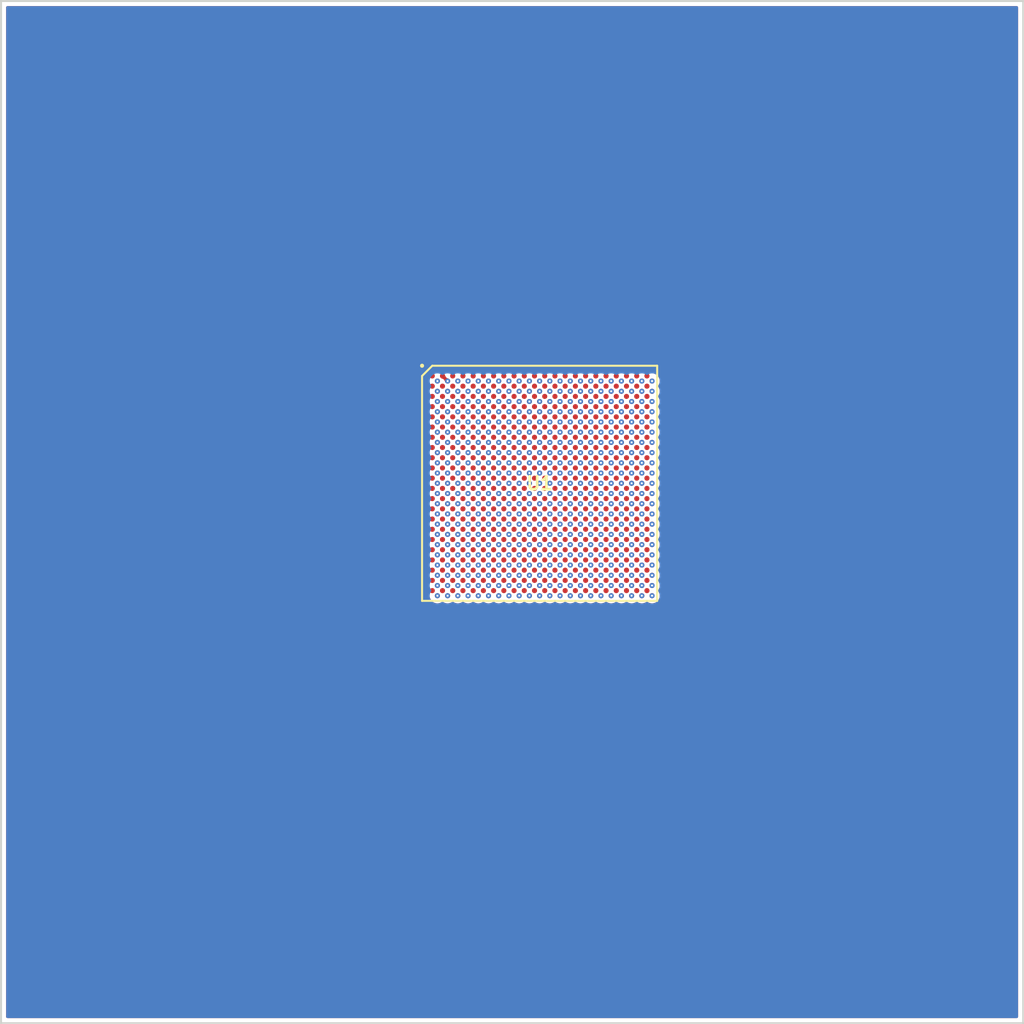
<source format=kicad_pcb>
(kicad_pcb (version 20241229) (generator "pcbnew") (generator_version "9.0")
  (layers (0 "F.Cu" signal) (4 "In1.Cu" signal) (6 "In2.Cu" signal) (8 "In3.Cu" signal) (10 "In4.Cu" signal) (2 "B.Cu" signal) (13 "F.Paste" user) (15 "B.Paste" user) (5 "F.SilkS" user "F.Silkscreen") (7 "B.SilkS" user "B.Silkscreen") (1 "F.Mask" user) (3 "B.Mask" user) (25 "Edge.Cuts" user))
  (net 0 "")
  (net 5 "GND")
  (footprint "Package_BGA:BGA484C100P22X22_2300X2300X260" (layer "F.Cu") (at 102.69 97.18)
    (property "Reference" "U1")
    (property "Value" "XC7A35T-FGG484" (hide yes))
  )
  (gr_rect (start 50 50) (end 150 150) (stroke (width 0.2)) (fill no) (layer "Edge.Cuts"))
  (via (at 105.69 87.18) (size 0.5) (drill 0.2) (layers "F.Cu" "B.Cu") (net 0))
  (via (at 102.69 88.18) (size 0.5) (drill 0.2) (layers "F.Cu" "B.Cu") (net 0))
  (via (at 110.69 88.18) (size 0.5) (drill 0.2) (layers "F.Cu" "B.Cu") (net 0))
  (via (at 105.69 94.18) (size 0.5) (drill 0.2) (layers "F.Cu" "B.Cu") (net 0))
  (via (at 104.69 105.18) (size 0.5) (drill 0.2) (layers "F.Cu" "B.Cu") (net 0))
  (via (at 93.69 107.18) (size 0.5) (drill 0.2) (layers "F.Cu" "B.Cu") (net 0))
  (via (at 94.69 107.18) (size 0.5) (drill 0.2) (layers "F.Cu" "B.Cu") (net 0))
  (via (at 104.69 106.18) (size 0.5) (drill 0.2) (layers "F.Cu" "B.Cu") (net 0))
  (via (at 112.69 92.18) (size 0.5) (drill 0.2) (layers "F.Cu" "B.Cu") (net 0))
  (via (at 99.69 98.18) (size 0.5) (drill 0.2) (layers "F.Cu" "B.Cu") (net 0))
  (via (at 100.69 102.18) (size 0.5) (drill 0.2) (layers "F.Cu" "B.Cu") (net 0))
  (via (at 92.69 90.18) (size 0.5) (drill 0.2) (layers "F.Cu" "B.Cu") (net 0))
  (via (at 106.69 97.18) (size 0.5) (drill 0.2) (layers "F.Cu" "B.Cu") (net 0))
  (via (at 96.69 96.18) (size 0.5) (drill 0.2) (layers "F.Cu" "B.Cu") (net 0))
  (via (at 110.69 108.18) (size 0.5) (drill 0.2) (layers "F.Cu" "B.Cu") (net 0))
  (via (at 113.69 92.18) (size 0.5) (drill 0.2) (layers "F.Cu" "B.Cu") (net 0))
  (via (at 110.69 95.18) (size 0.5) (drill 0.2) (layers "F.Cu" "B.Cu") (net 0))
  (via (at 107.69 101.18) (size 0.5) (drill 0.2) (layers "F.Cu" "B.Cu") (net 0))
  (via (at 103.69 99.18) (size 0.5) (drill 0.2) (layers "F.Cu" "B.Cu") (net 0))
  (via (at 95.69 89.18) (size 0.5) (drill 0.2) (layers "F.Cu" "B.Cu") (net 0))
  (via (at 101.69 96.18) (size 0.5) (drill 0.2) (layers "F.Cu" "B.Cu") (net 0))
  (via (at 92.69 99.18) (size 0.5) (drill 0.2) (layers "F.Cu" "B.Cu") (net 0))
  (via (at 103.69 91.18) (size 0.5) (drill 0.2) (layers "F.Cu" "B.Cu") (net 0))
  (via (at 99.69 101.18) (size 0.5) (drill 0.2) (layers "F.Cu" "B.Cu") (net 0))
  (via (at 96.69 106.18) (size 0.5) (drill 0.2) (layers "F.Cu" "B.Cu") (net 0))
  (via (at 111.69 104.18) (size 0.5) (drill 0.2) (layers "F.Cu" "B.Cu") (net 0))
  (via (at 92.69 103.18) (size 0.5) (drill 0.2) (layers "F.Cu" "B.Cu") (net 0))
  (via (at 95.69 92.18) (size 0.5) (drill 0.2) (layers "F.Cu" "B.Cu") (net 0))
  (via (at 103.69 87.18) (size 0.5) (drill 0.2) (layers "F.Cu" "B.Cu") (net 0))
  (via (at 106.69 90.18) (size 0.5) (drill 0.2) (layers "F.Cu" "B.Cu") (net 0))
  (via (at 104.69 99.18) (size 0.5) (drill 0.2) (layers "F.Cu" "B.Cu") (net 0))
  (via (at 94.69 104.18) (size 0.5) (drill 0.2) (layers "F.Cu" "B.Cu") (net 0))
  (via (at 99.69 108.18) (size 0.5) (drill 0.2) (layers "F.Cu" "B.Cu") (net 0))
  (via (at 104.69 87.18) (size 0.5) (drill 0.2) (layers "F.Cu" "B.Cu") (net 0))
  (via (at 109.69 104.18) (size 0.5) (drill 0.2) (layers "F.Cu" "B.Cu") (net 0))
  (via (at 97.69 104.18) (size 0.5) (drill 0.2) (layers "F.Cu" "B.Cu") (net 0))
  (via (at 103.69 95.18) (size 0.5) (drill 0.2) (layers "F.Cu" "B.Cu") (net 0))
  (via (at 104.69 108.18) (size 0.5) (drill 0.2) (layers "F.Cu" "B.Cu") (net 0))
  (via (at 106.69 89.18) (size 0.5) (drill 0.2) (layers "F.Cu" "B.Cu") (net 0))
  (via (at 99.69 99.18) (size 0.5) (drill 0.2) (layers "F.Cu" "B.Cu") (net 0))
  (via (at 109.69 105.18) (size 0.5) (drill 0.2) (layers "F.Cu" "B.Cu") (net 0))
  (via (at 100.69 97.18) (size 0.5) (drill 0.2) (layers "F.Cu" "B.Cu") (net 0))
  (via (at 111.69 99.18) (size 0.5) (drill 0.2) (layers "F.Cu" "B.Cu") (net 0))
  (via (at 113.69 90.18) (size 0.5) (drill 0.2) (layers "F.Cu" "B.Cu") (net 0))
  (via (at 107.69 97.18) (size 0.5) (drill 0.2) (layers "F.Cu" "B.Cu") (net 0))
  (via (at 104.69 100.18) (size 0.5) (drill 0.2) (layers "F.Cu" "B.Cu") (net 0))
  (via (at 94.69 97.18) (size 0.5) (drill 0.2) (layers "F.Cu" "B.Cu") (net 0))
  (via (at 111.69 107.18) (size 0.5) (drill 0.2) (layers "F.Cu" "B.Cu") (net 0))
  (via (at 95.69 102.18) (size 0.5) (drill 0.2) (layers "F.Cu" "B.Cu") (net 0))
  (via (at 106.69 102.18) (size 0.5) (drill 0.2) (layers "F.Cu" "B.Cu") (net 0))
  (via (at 101.69 106.18) (size 0.5) (drill 0.2) (layers "F.Cu" "B.Cu") (net 0))
  (via (at 92.69 100.18) (size 0.5) (drill 0.2) (layers "F.Cu" "B.Cu") (net 0))
  (via (at 105.69 107.18) (size 0.5) (drill 0.2) (layers "F.Cu" "B.Cu") (net 0))
  (via (at 112.69 94.18) (size 0.5) (drill 0.2) (layers "F.Cu" "B.Cu") (net 0))
  (via (at 105.69 98.18) (size 0.5) (drill 0.2) (layers "F.Cu" "B.Cu") (net 0))
  (via (at 93.69 99.18) (size 0.5) (drill 0.2) (layers "F.Cu" "B.Cu") (net 0))
  (via (at 108.69 100.18) (size 0.5) (drill 0.2) (layers "F.Cu" "B.Cu") (net 0))
  (via (at 106.69 88.18) (size 0.5) (drill 0.2) (layers "F.Cu" "B.Cu") (net 0))
  (via (at 103.69 101.18) (size 0.5) (drill 0.2) (layers "F.Cu" "B.Cu") (net 0))
  (via (at 113.69 102.18) (size 0.5) (drill 0.2) (layers "F.Cu" "B.Cu") (net 0))
  (via (at 112.69 102.18) (size 0.5) (drill 0.2) (layers "F.Cu" "B.Cu") (net 0))
  (via (at 102.69 100.18) (size 0.5) (drill 0.2) (layers "F.Cu" "B.Cu") (net 0))
  (via (at 113.69 107.18) (size 0.5) (drill 0.2) (layers "F.Cu" "B.Cu") (net 0))
  (via (at 112.69 91.18) (size 0.5) (drill 0.2) (layers "F.Cu" "B.Cu") (net 0))
  (via (at 106.69 95.18) (size 0.5) (drill 0.2) (layers "F.Cu" "B.Cu") (net 0))
  (via (at 111.69 87.18) (size 0.5) (drill 0.2) (layers "F.Cu" "B.Cu") (net 0))
  (via (at 113.69 103.18) (size 0.5) (drill 0.2) (layers "F.Cu" "B.Cu") (net 0))
  (via (at 102.69 96.18) (size 0.5) (drill 0.2) (layers "F.Cu" "B.Cu") (net 0))
  (via (at 100.69 90.18) (size 0.5) (drill 0.2) (layers "F.Cu" "B.Cu") (net 0))
  (via (at 107.69 108.18) (size 0.5) (drill 0.2) (layers "F.Cu" "B.Cu") (net 0))
  (via (at 100.69 101.18) (size 0.5) (drill 0.2) (layers "F.Cu" "B.Cu") (net 0))
  (via (at 100.69 91.18) (size 0.5) (drill 0.2) (layers "F.Cu" "B.Cu") (net 0))
  (via (at 112.69 108.18) (size 0.5) (drill 0.2) (layers "F.Cu" "B.Cu") (net 0))
  (via (at 98.69 104.18) (size 0.5) (drill 0.2) (layers "F.Cu" "B.Cu") (net 0))
  (via (at 93.69 96.18) (size 0.5) (drill 0.2) (layers "F.Cu" "B.Cu") (net 0))
  (via (at 93.69 104.18) (size 0.5) (drill 0.2) (layers "F.Cu" "B.Cu") (net 0))
  (via (at 107.69 87.18) (size 0.5) (drill 0.2) (layers "F.Cu" "B.Cu") (net 0))
  (via (at 106.69 108.18) (size 0.5) (drill 0.2) (layers "F.Cu" "B.Cu") (net 0))
  (via (at 105.69 104.18) (size 0.5) (drill 0.2) (layers "F.Cu" "B.Cu") (net 0))
  (via (at 108.69 92.18) (size 0.5) (drill 0.2) (layers "F.Cu" "B.Cu") (net 0))
  (via (at 93.69 94.18) (size 0.5) (drill 0.2) (layers "F.Cu" "B.Cu") (net 0))
  (via (at 112.69 97.18) (size 0.5) (drill 0.2) (layers "F.Cu" "B.Cu") (net 0))
  (via (at 101.69 89.18) (size 0.5) (drill 0.2) (layers "F.Cu" "B.Cu") (net 0))
  (via (at 100.69 93.18) (size 0.5) (drill 0.2) (layers "F.Cu" "B.Cu") (net 0))
  (via (at 94.69 95.18) (size 0.5) (drill 0.2) (layers "F.Cu" "B.Cu") (net 0))
  (via (at 99.69 106.18) (size 0.5) (drill 0.2) (layers "F.Cu" "B.Cu") (net 0))
  (via (at 94.69 88.18) (size 0.5) (drill 0.2) (layers "F.Cu" "B.Cu") (net 0))
  (via (at 100.69 106.18) (size 0.5) (drill 0.2) (layers "F.Cu" "B.Cu") (net 0))
  (via (at 108.69 98.18) (size 0.5) (drill 0.2) (layers "F.Cu" "B.Cu") (net 0))
  (via (at 102.69 93.18) (size 0.5) (drill 0.2) (layers "F.Cu" "B.Cu") (net 0))
  (via (at 113.69 88.18) (size 0.5) (drill 0.2) (layers "F.Cu" "B.Cu") (net 0))
  (via (at 95.69 103.18) (size 0.5) (drill 0.2) (layers "F.Cu" "B.Cu") (net 0))
  (via (at 101.69 102.18) (size 0.5) (drill 0.2) (layers "F.Cu" "B.Cu") (net 0))
  (via (at 110.69 107.18) (size 0.5) (drill 0.2) (layers "F.Cu" "B.Cu") (net 0))
  (via (at 109.69 106.18) (size 0.5) (drill 0.2) (layers "F.Cu" "B.Cu") (net 0))
  (via (at 101.69 91.18) (size 0.5) (drill 0.2) (layers "F.Cu" "B.Cu") (net 0))
  (via (at 111.69 97.18) (size 0.5) (drill 0.2) (layers "F.Cu" "B.Cu") (net 0))
  (via (at 110.69 93.18) (size 0.5) (drill 0.2) (layers "F.Cu" "B.Cu") (net 0))
  (via (at 112.69 96.18) (size 0.5) (drill 0.2) (layers "F.Cu" "B.Cu") (net 0))
  (via (at 108.69 97.18) (size 0.5) (drill 0.2) (layers "F.Cu" "B.Cu") (net 0))
  (via (at 99.69 104.18) (size 0.5) (drill 0.2) (layers "F.Cu" "B.Cu") (net 0))
  (via (at 101.69 104.18) (size 0.5) (drill 0.2) (layers "F.Cu" "B.Cu") (net 0))
  (via (at 95.69 90.18) (size 0.5) (drill 0.2) (layers "F.Cu" "B.Cu") (net 0))
  (via (at 92.69 97.18) (size 0.5) (drill 0.2) (layers "F.Cu" "B.Cu") (net 0))
  (via (at 98.69 98.18) (size 0.5) (drill 0.2) (layers "F.Cu" "B.Cu") (net 0))
  (via (at 113.69 95.18) (size 0.5) (drill 0.2) (layers "F.Cu" "B.Cu") (net 0))
  (via (at 103.69 104.18) (size 0.5) (drill 0.2) (layers "F.Cu" "B.Cu") (net 0))
  (via (at 102.69 106.18) (size 0.5) (drill 0.2) (layers "F.Cu" "B.Cu") (net 0))
  (via (at 96.69 90.18) (size 0.5) (drill 0.2) (layers "F.Cu" "B.Cu") (net 0))
  (via (at 102.69 97.18) (size 0.5) (drill 0.2) (layers "F.Cu" "B.Cu") (net 0))
  (via (at 98.69 89.18) (size 0.5) (drill 0.2) (layers "F.Cu" "B.Cu") (net 0))
  (via (at 95.69 106.18) (size 0.5) (drill 0.2) (layers "F.Cu" "B.Cu") (net 0))
  (via (at 113.69 94.18) (size 0.5) (drill 0.2) (layers "F.Cu" "B.Cu") (net 0))
  (via (at 108.69 101.18) (size 0.5) (drill 0.2) (layers "F.Cu" "B.Cu") (net 0))
  (via (at 111.69 101.18) (size 0.5) (drill 0.2) (layers "F.Cu" "B.Cu") (net 0))
  (via (at 94.69 100.18) (size 0.5) (drill 0.2) (layers "F.Cu" "B.Cu") (net 0))
  (via (at 97.69 100.18) (size 0.5) (drill 0.2) (layers "F.Cu" "B.Cu") (net 0))
  (via (at 92.69 94.18) (size 0.5) (drill 0.2) (layers "F.Cu" "B.Cu") (net 0))
  (via (at 105.69 103.18) (size 0.5) (drill 0.2) (layers "F.Cu" "B.Cu") (net 0))
  (via (at 104.69 91.18) (size 0.5) (drill 0.2) (layers "F.Cu" "B.Cu") (net 0))
  (via (at 104.69 94.18) (size 0.5) (drill 0.2) (layers "F.Cu" "B.Cu") (net 0))
  (via (at 93.69 108.18) (size 0.5) (drill 0.2) (layers "F.Cu" "B.Cu") (net 0))
  (via (at 112.69 90.18) (size 0.5) (drill 0.2) (layers "F.Cu" "B.Cu") (net 0))
  (via (at 96.69 94.18) (size 0.5) (drill 0.2) (layers "F.Cu" "B.Cu") (net 0))
  (via (at 108.69 102.18) (size 0.5) (drill 0.2) (layers "F.Cu" "B.Cu") (net 0))
  (via (at 98.69 91.18) (size 0.5) (drill 0.2) (layers "F.Cu" "B.Cu") (net 0))
  (via (at 107.69 89.18) (size 0.5) (drill 0.2) (layers "F.Cu" "B.Cu") (net 0))
  (via (at 113.69 99.18) (size 0.5) (drill 0.2) (layers "F.Cu" "B.Cu") (net 0))
  (via (at 108.69 107.18) (size 0.5) (drill 0.2) (layers "F.Cu" "B.Cu") (net 0))
  (via (at 93.69 101.18) (size 0.5) (drill 0.2) (layers "F.Cu" "B.Cu") (net 0))
  (via (at 111.69 105.18) (size 0.5) (drill 0.2) (layers "F.Cu" "B.Cu") (net 0))
  (via (at 107.69 99.18) (size 0.5) (drill 0.2) (layers "F.Cu" "B.Cu") (net 0))
  (via (at 112.69 88.18) (size 0.5) (drill 0.2) (layers "F.Cu" "B.Cu") (net 0))
  (via (at 101.69 92.18) (size 0.5) (drill 0.2) (layers "F.Cu" "B.Cu") (net 0))
  (via (at 102.69 94.18) (size 0.5) (drill 0.2) (layers "F.Cu" "B.Cu") (net 0))
  (via (at 108.69 108.18) (size 0.5) (drill 0.2) (layers "F.Cu" "B.Cu") (net 0))
  (via (at 100.69 98.18) (size 0.5) (drill 0.2) (layers "F.Cu" "B.Cu") (net 0))
  (via (at 113.69 93.18) (size 0.5) (drill 0.2) (layers "F.Cu" "B.Cu") (net 0))
  (via (at 92.69 105.18) (size 0.5) (drill 0.2) (layers "F.Cu" "B.Cu") (net 0))
  (via (at 99.69 95.18) (size 0.5) (drill 0.2) (layers "F.Cu" "B.Cu") (net 0))
  (via (at 97.69 94.18) (size 0.5) (drill 0.2) (layers "F.Cu" "B.Cu") (net 0))
  (via (at 95.69 95.18) (size 0.5) (drill 0.2) (layers "F.Cu" "B.Cu") (net 0))
  (via (at 98.69 87.18) (size 0.5) (drill 0.2) (layers "F.Cu" "B.Cu") (net 0))
  (via (at 112.69 100.18) (size 0.5) (drill 0.2) (layers "F.Cu" "B.Cu") (net 0))
  (via (at 106.69 92.18) (size 0.5) (drill 0.2) (layers "F.Cu" "B.Cu") (net 0))
  (via (at 103.69 107.18) (size 0.5) (drill 0.2) (layers "F.Cu" "B.Cu") (net 0))
  (via (at 107.69 92.18) (size 0.5) (drill 0.2) (layers "F.Cu" "B.Cu") (net 0))
  (via (at 101.69 87.18) (size 0.5) (drill 0.2) (layers "F.Cu" "B.Cu") (net 0))
  (via (at 97.69 90.18) (size 0.5) (drill 0.2) (layers "F.Cu" "B.Cu") (net 0))
  (via (at 96.69 98.18) (size 0.5) (drill 0.2) (layers "F.Cu" "B.Cu") (net 0))
  (via (at 113.69 87.18) (size 0.5) (drill 0.2) (layers "F.Cu" "B.Cu") (net 0))
  (via (at 104.69 98.18) (size 0.5) (drill 0.2) (layers "F.Cu" "B.Cu") (net 0))
  (via (at 96.69 103.18) (size 0.5) (drill 0.2) (layers "F.Cu" "B.Cu") (net 0))
  (via (at 108.69 91.18) (size 0.5) (drill 0.2) (layers "F.Cu" "B.Cu") (net 0))
  (via (at 112.69 95.18) (size 0.5) (drill 0.2) (layers "F.Cu" "B.Cu") (net 0))
  (via (at 94.69 108.18) (size 0.5) (drill 0.2) (layers "F.Cu" "B.Cu") (net 0))
  (via (at 102.69 87.18) (size 0.5) (drill 0.2) (layers "F.Cu" "B.Cu") (net 0))
  (via (at 102.69 105.18) (size 0.5) (drill 0.2) (layers "F.Cu" "B.Cu") (net 0))
  (via (at 106.69 107.18) (size 0.5) (drill 0.2) (layers "F.Cu" "B.Cu") (net 0))
  (via (at 111.69 106.18) (size 0.5) (drill 0.2) (layers "F.Cu" "B.Cu") (net 0))
  (via (at 102.69 99.18) (size 0.5) (drill 0.2) (layers "F.Cu" "B.Cu") (net 0))
  (via (at 113.69 98.18) (size 0.5) (drill 0.2) (layers "F.Cu" "B.Cu") (net 0))
  (via (at 105.69 97.18) (size 0.5) (drill 0.2) (layers "F.Cu" "B.Cu") (net 0))
  (via (at 109.69 103.18) (size 0.5) (drill 0.2) (layers "F.Cu" "B.Cu") (net 0))
  (via (at 111.69 91.18) (size 0.5) (drill 0.2) (layers "F.Cu" "B.Cu") (net 0))
  (via (at 105.69 89.18) (size 0.5) (drill 0.2) (layers "F.Cu" "B.Cu") (net 0))
  (via (at 100.69 108.18) (size 0.5) (drill 0.2) (layers "F.Cu" "B.Cu") (net 0))
  (via (at 93.69 100.18) (size 0.5) (drill 0.2) (layers "F.Cu" "B.Cu") (net 0))
  (via (at 109.69 94.18) (size 0.5) (drill 0.2) (layers "F.Cu" "B.Cu") (net 0))
  (via (at 103.69 106.18) (size 0.5) (drill 0.2) (layers "F.Cu" "B.Cu") (net 0))
  (via (at 110.69 87.18) (size 0.5) (drill 0.2) (layers "F.Cu" "B.Cu") (net 0))
  (via (at 106.69 96.18) (size 0.5) (drill 0.2) (layers "F.Cu" "B.Cu") (net 0))
  (via (at 94.69 98.18) (size 0.5) (drill 0.2) (layers "F.Cu" "B.Cu") (net 0))
  (via (at 98.69 90.18) (size 0.5) (drill 0.2) (layers "F.Cu" "B.Cu") (net 0))
  (via (at 97.69 102.18) (size 0.5) (drill 0.2) (layers "F.Cu" "B.Cu") (net 0))
  (via (at 95.69 96.18) (size 0.5) (drill 0.2) (layers "F.Cu" "B.Cu") (net 0))
  (via (at 110.69 101.18) (size 0.5) (drill 0.2) (layers "F.Cu" "B.Cu") (net 0))
  (via (at 107.69 105.18) (size 0.5) (drill 0.2) (layers "F.Cu" "B.Cu") (net 0))
  (via (at 94.69 99.18) (size 0.5) (drill 0.2) (layers "F.Cu" "B.Cu") (net 0))
  (via (at 108.69 94.18) (size 0.5) (drill 0.2) (layers "F.Cu" "B.Cu") (net 0))
  (via (at 106.69 104.18) (size 0.5) (drill 0.2) (layers "F.Cu" "B.Cu") (net 0))
  (via (at 109.69 87.18) (size 0.5) (drill 0.2) (layers "F.Cu" "B.Cu") (net 0))
  (via (at 100.69 103.18) (size 0.5) (drill 0.2) (layers "F.Cu" "B.Cu") (net 0))
  (via (at 108.69 89.18) (size 0.5) (drill 0.2) (layers "F.Cu" "B.Cu") (net 0))
  (via (at 110.69 97.18) (size 0.5) (drill 0.2) (layers "F.Cu" "B.Cu") (net 0))
  (via (at 100.69 94.18) (size 0.5) (drill 0.2) (layers "F.Cu" "B.Cu") (net 0))
  (via (at 112.69 93.18) (size 0.5) (drill 0.2) (layers "F.Cu" "B.Cu") (net 0))
  (via (at 99.69 103.18) (size 0.5) (drill 0.2) (layers "F.Cu" "B.Cu") (net 0))
  (via (at 107.69 93.18) (size 0.5) (drill 0.2) (layers "F.Cu" "B.Cu") (net 0))
  (via (at 104.69 96.18) (size 0.5) (drill 0.2) (layers "F.Cu" "B.Cu") (net 0))
  (via (at 99.69 89.18) (size 0.5) (drill 0.2) (layers "F.Cu" "B.Cu") (net 0))
  (via (at 93.69 98.18) (size 0.5) (drill 0.2) (layers "F.Cu" "B.Cu") (net 0))
  (via (at 94.69 93.18) (size 0.5) (drill 0.2) (layers "F.Cu" "B.Cu") (net 0))
  (via (at 94.69 90.18) (size 0.5) (drill 0.2) (layers "F.Cu" "B.Cu") (net 0))
  (via (at 102.69 92.18) (size 0.5) (drill 0.2) (layers "F.Cu" "B.Cu") (net 0))
  (via (at 110.69 89.18) (size 0.5) (drill 0.2) (layers "F.Cu" "B.Cu") (net 0))
  (via (at 110.69 94.18) (size 0.5) (drill 0.2) (layers "F.Cu" "B.Cu") (net 0))
  (via (at 104.69 107.18) (size 0.5) (drill 0.2) (layers "F.Cu" "B.Cu") (net 0))
  (via (at 108.69 104.18) (size 0.5) (drill 0.2) (layers "F.Cu" "B.Cu") (net 0))
  (via (at 111.69 102.18) (size 0.5) (drill 0.2) (layers "F.Cu" "B.Cu") (net 0))
  (via (at 105.69 102.18) (size 0.5) (drill 0.2) (layers "F.Cu" "B.Cu") (net 0))
  (via (at 112.69 101.18) (size 0.5) (drill 0.2) (layers "F.Cu" "B.Cu") (net 0))
  (via (at 105.69 100.18) (size 0.5) (drill 0.2) (layers "F.Cu" "B.Cu") (net 0))
  (via (at 106.69 98.18) (size 0.5) (drill 0.2) (layers "F.Cu" "B.Cu") (net 0))
  (via (at 112.69 107.18) (size 0.5) (drill 0.2) (layers "F.Cu" "B.Cu") (net 0))
  (via (at 95.69 107.18) (size 0.5) (drill 0.2) (layers "F.Cu" "B.Cu") (net 0))
  (via (at 108.69 87.18) (size 0.5) (drill 0.2) (layers "F.Cu" "B.Cu") (net 0))
  (via (at 95.69 99.18) (size 0.5) (drill 0.2) (layers "F.Cu" "B.Cu") (net 0))
  (via (at 110.69 98.18) (size 0.5) (drill 0.2) (layers "F.Cu" "B.Cu") (net 0))
  (via (at 93.69 97.18) (size 0.5) (drill 0.2) (layers "F.Cu" "B.Cu") (net 0))
  (via (at 93.69 102.18) (size 0.5) (drill 0.2) (layers "F.Cu" "B.Cu") (net 0))
  (via (at 99.69 97.18) (size 0.5) (drill 0.2) (layers "F.Cu" "B.Cu") (net 0))
  (via (at 112.69 104.18) (size 0.5) (drill 0.2) (layers "F.Cu" "B.Cu") (net 0))
  (via (at 97.69 91.18) (size 0.5) (drill 0.2) (layers "F.Cu" "B.Cu") (net 0))
  (via (at 95.69 91.18) (size 0.5) (drill 0.2) (layers "F.Cu" "B.Cu") (net 0))
  (via (at 102.69 89.18) (size 0.5) (drill 0.2) (layers "F.Cu" "B.Cu") (net 0))
  (via (at 98.69 107.18) (size 0.5) (drill 0.2) (layers "F.Cu" "B.Cu") (net 0))
  (via (at 98.69 97.18) (size 0.5) (drill 0.2) (layers "F.Cu" "B.Cu") (net 0))
  (via (at 107.69 94.18) (size 0.5) (drill 0.2) (layers "F.Cu" "B.Cu") (net 0))
  (via (at 99.69 90.18) (size 0.5) (drill 0.2) (layers "F.Cu" "B.Cu") (net 0))
  (via (at 108.69 93.18) (size 0.5) (drill 0.2) (layers "F.Cu" "B.Cu") (net 0))
  (via (at 112.69 87.18) (size 0.5) (drill 0.2) (layers "F.Cu" "B.Cu") (net 0))
  (via (at 101.69 97.18) (size 0.5) (drill 0.2) (layers "F.Cu" "B.Cu") (net 0))
  (via (at 93.69 105.18) (size 0.5) (drill 0.2) (layers "F.Cu" "B.Cu") (net 0))
  (via (at 96.69 108.18) (size 0.5) (drill 0.2) (layers "F.Cu" "B.Cu") (net 0))
  (via (at 98.69 99.18) (size 0.5) (drill 0.2) (layers "F.Cu" "B.Cu") (net 0))
  (via (at 106.69 103.18) (size 0.5) (drill 0.2) (layers "F.Cu" "B.Cu") (net 0))
  (via (at 92.69 106.18) (size 0.5) (drill 0.2) (layers "F.Cu" "B.Cu") (net 0))
  (via (at 95.69 105.18) (size 0.5) (drill 0.2) (layers "F.Cu" "B.Cu") (net 0))
  (via (at 94.69 106.18) (size 0.5) (drill 0.2) (layers "F.Cu" "B.Cu") (net 0))
  (via (at 95.69 88.18) (size 0.5) (drill 0.2) (layers "F.Cu" "B.Cu") (net 0))
  (via (at 111.69 98.18) (size 0.5) (drill 0.2) (layers "F.Cu" "B.Cu") (net 0))
  (via (at 110.69 102.18) (size 0.5) (drill 0.2) (layers "F.Cu" "B.Cu") (net 0))
  (via (at 97.69 103.18) (size 0.5) (drill 0.2) (layers "F.Cu" "B.Cu") (net 0))
  (via (at 96.69 97.18) (size 0.5) (drill 0.2) (layers "F.Cu" "B.Cu") (net 0))
  (via (at 104.69 89.18) (size 0.5) (drill 0.2) (layers "F.Cu" "B.Cu") (net 0))
  (via (at 110.69 105.18) (size 0.5) (drill 0.2) (layers "F.Cu" "B.Cu") (net 0))
  (via (at 111.69 108.18) (size 0.5) (drill 0.2) (layers "F.Cu" "B.Cu") (net 0))
  (via (at 109.69 90.18) (size 0.5) (drill 0.2) (layers "F.Cu" "B.Cu") (net 0))
  (via (at 96.69 88.18) (size 0.5) (drill 0.2) (layers "F.Cu" "B.Cu") (net 0))
  (via (at 95.69 94.18) (size 0.5) (drill 0.2) (layers "F.Cu" "B.Cu") (net 0))
  (via (at 101.69 107.18) (size 0.5) (drill 0.2) (layers "F.Cu" "B.Cu") (net 0))
  (via (at 102.69 102.18) (size 0.5) (drill 0.2) (layers "F.Cu" "B.Cu") (net 0))
  (via (at 106.69 101.18) (size 0.5) (drill 0.2) (layers "F.Cu" "B.Cu") (net 0))
  (via (at 109.69 101.18) (size 0.5) (drill 0.2) (layers "F.Cu" "B.Cu") (net 0))
  (via (at 97.69 108.18) (size 0.5) (drill 0.2) (layers "F.Cu" "B.Cu") (net 0))
  (via (at 100.69 88.18) (size 0.5) (drill 0.2) (layers "F.Cu" "B.Cu") (net 0))
  (via (at 103.69 108.18) (size 0.5) (drill 0.2) (layers "F.Cu" "B.Cu") (net 0))
  (via (at 106.69 99.18) (size 0.5) (drill 0.2) (layers "F.Cu" "B.Cu") (net 0))
  (via (at 94.69 103.18) (size 0.5) (drill 0.2) (layers "F.Cu" "B.Cu") (net 0))
  (via (at 92.69 96.18) (size 0.5) (drill 0.2) (layers "F.Cu" "B.Cu") (net 0))
  (via (at 99.69 88.18) (size 0.5) (drill 0.2) (layers "F.Cu" "B.Cu") (net 0))
  (via (at 92.69 87.18) (size 0.5) (drill 0.2) (layers "F.Cu" "B.Cu") (net 0))
  (via (at 96.69 92.18) (size 0.5) (drill 0.2) (layers "F.Cu" "B.Cu") (net 0))
  (via (at 93.69 90.18) (size 0.5) (drill 0.2) (layers "F.Cu" "B.Cu") (net 0))
  (via (at 92.69 104.18) (size 0.5) (drill 0.2) (layers "F.Cu" "B.Cu") (net 0))
  (via (at 95.69 100.18) (size 0.5) (drill 0.2) (layers "F.Cu" "B.Cu") (net 0))
  (via (at 104.69 88.18) (size 0.5) (drill 0.2) (layers "F.Cu" "B.Cu") (net 0))
  (via (at 113.69 104.18) (size 0.5) (drill 0.2) (layers "F.Cu" "B.Cu") (net 0))
  (via (at 112.69 103.18) (size 0.5) (drill 0.2) (layers "F.Cu" "B.Cu") (net 0))
  (via (at 99.69 91.18) (size 0.5) (drill 0.2) (layers "F.Cu" "B.Cu") (net 0))
  (via (at 97.69 98.18) (size 0.5) (drill 0.2) (layers "F.Cu" "B.Cu") (net 0))
  (via (at 105.69 92.18) (size 0.5) (drill 0.2) (layers "F.Cu" "B.Cu") (net 0))
  (via (at 96.69 105.18) (size 0.5) (drill 0.2) (layers "F.Cu" "B.Cu") (net 0))
  (via (at 106.69 94.18) (size 0.5) (drill 0.2) (layers "F.Cu" "B.Cu") (net 0))
  (via (at 110.69 92.18) (size 0.5) (drill 0.2) (layers "F.Cu" "B.Cu") (net 0))
  (via (at 111.69 88.18) (size 0.5) (drill 0.2) (layers "F.Cu" "B.Cu") (net 0))
  (via (at 110.69 100.18) (size 0.5) (drill 0.2) (layers "F.Cu" "B.Cu") (net 0))
  (via (at 107.69 106.18) (size 0.5) (drill 0.2) (layers "F.Cu" "B.Cu") (net 0))
  (via (at 105.69 96.18) (size 0.5) (drill 0.2) (layers "F.Cu" "B.Cu") (net 0))
  (via (at 95.69 101.18) (size 0.5) (drill 0.2) (layers "F.Cu" "B.Cu") (net 0))
  (via (at 104.69 92.18) (size 0.5) (drill 0.2) (layers "F.Cu" "B.Cu") (net 0))
  (via (at 97.69 105.18) (size 0.5) (drill 0.2) (layers "F.Cu" "B.Cu") (net 0))
  (via (at 111.69 100.18) (size 0.5) (drill 0.2) (layers "F.Cu" "B.Cu") (net 0))
  (via (at 97.69 89.18) (size 0.5) (drill 0.2) (layers "F.Cu" "B.Cu") (net 0))
  (via (at 96.69 104.18) (size 0.5) (drill 0.2) (layers "F.Cu" "B.Cu") (net 0))
  (via (at 111.69 103.18) (size 0.5) (drill 0.2) (layers "F.Cu" "B.Cu") (net 0))
  (via (at 97.69 97.18) (size 0.5) (drill 0.2) (layers "F.Cu" "B.Cu") (net 0))
  (via (at 92.69 95.18) (size 0.5) (drill 0.2) (layers "F.Cu" "B.Cu") (net 0))
  (via (at 110.69 99.18) (size 0.5) (drill 0.2) (layers "F.Cu" "B.Cu") (net 0))
  (via (at 108.69 95.18) (size 0.5) (drill 0.2) (layers "F.Cu" "B.Cu") (net 0))
  (via (at 100.69 89.18) (size 0.5) (drill 0.2) (layers "F.Cu" "B.Cu") (net 0))
  (via (at 107.69 102.18) (size 0.5) (drill 0.2) (layers "F.Cu" "B.Cu") (net 0))
  (via (at 93.69 91.18) (size 0.5) (drill 0.2) (layers "F.Cu" "B.Cu") (net 0))
  (via (at 92.69 89.18) (size 0.5) (drill 0.2) (layers "F.Cu" "B.Cu") (net 0))
  (via (at 98.69 100.18) (size 0.5) (drill 0.2) (layers "F.Cu" "B.Cu") (net 0))
  (via (at 101.69 94.18) (size 0.5) (drill 0.2) (layers "F.Cu" "B.Cu") (net 0))
  (via (at 94.69 94.18) (size 0.5) (drill 0.2) (layers "F.Cu" "B.Cu") (net 0))
  (via (at 105.69 91.18) (size 0.5) (drill 0.2) (layers "F.Cu" "B.Cu") (net 0))
  (via (at 107.69 95.18) (size 0.5) (drill 0.2) (layers "F.Cu" "B.Cu") (net 0))
  (via (at 104.69 93.18) (size 0.5) (drill 0.2) (layers "F.Cu" "B.Cu") (net 0))
  (via (at 92.69 108.18) (size 0.5) (drill 0.2) (layers "F.Cu" "B.Cu") (net 0))
  (via (at 99.69 94.18) (size 0.5) (drill 0.2) (layers "F.Cu" "B.Cu") (net 0))
  (via (at 98.69 93.18) (size 0.5) (drill 0.2) (layers "F.Cu" "B.Cu") (net 0))
  (via (at 101.69 100.18) (size 0.5) (drill 0.2) (layers "F.Cu" "B.Cu") (net 0))
  (via (at 107.69 96.18) (size 0.5) (drill 0.2) (layers "F.Cu" "B.Cu") (net 0))
  (via (at 101.69 108.18) (size 0.5) (drill 0.2) (layers "F.Cu" "B.Cu") (net 0))
  (via (at 106.69 91.18) (size 0.5) (drill 0.2) (layers "F.Cu" "B.Cu") (net 0))
  (via (at 103.69 93.18) (size 0.5) (drill 0.2) (layers "F.Cu" "B.Cu") (net 0))
  (via (at 103.69 105.18) (size 0.5) (drill 0.2) (layers "F.Cu" "B.Cu") (net 0))
  (via (at 107.69 100.18) (size 0.5) (drill 0.2) (layers "F.Cu" "B.Cu") (net 0))
  (via (at 107.69 98.18) (size 0.5) (drill 0.2) (layers "F.Cu" "B.Cu") (net 0))
  (via (at 97.69 92.18) (size 0.5) (drill 0.2) (layers "F.Cu" "B.Cu") (net 0))
  (via (at 94.69 89.18) (size 0.5) (drill 0.2) (layers "F.Cu" "B.Cu") (net 0))
  (via (at 96.69 102.18) (size 0.5) (drill 0.2) (layers "F.Cu" "B.Cu") (net 0))
  (via (at 113.69 105.18) (size 0.5) (drill 0.2) (layers "F.Cu" "B.Cu") (net 0))
  (via (at 102.69 104.18) (size 0.5) (drill 0.2) (layers "F.Cu" "B.Cu") (net 0))
  (via (at 96.69 99.18) (size 0.5) (drill 0.2) (layers "F.Cu" "B.Cu") (net 0))
  (via (at 109.69 93.18) (size 0.5) (drill 0.2) (layers "F.Cu" "B.Cu") (net 0))
  (via (at 112.69 105.18) (size 0.5) (drill 0.2) (layers "F.Cu" "B.Cu") (net 0))
  (via (at 106.69 106.18) (size 0.5) (drill 0.2) (layers "F.Cu" "B.Cu") (net 0))
  (via (at 109.69 97.18) (size 0.5) (drill 0.2) (layers "F.Cu" "B.Cu") (net 0))
  (via (at 100.69 87.18) (size 0.5) (drill 0.2) (layers "F.Cu" "B.Cu") (net 0))
  (via (at 94.69 92.18) (size 0.5) (drill 0.2) (layers "F.Cu" "B.Cu") (net 0))
  (via (at 111.69 92.18) (size 0.5) (drill 0.2) (layers "F.Cu" "B.Cu") (net 0))
  (via (at 109.69 96.18) (size 0.5) (drill 0.2) (layers "F.Cu" "B.Cu") (net 0))
  (via (at 109.69 92.18) (size 0.5) (drill 0.2) (layers "F.Cu" "B.Cu") (net 0))
  (via (at 92.69 102.18) (size 0.5) (drill 0.2) (layers "F.Cu" "B.Cu") (net 0))
  (via (at 110.69 96.18) (size 0.5) (drill 0.2) (layers "F.Cu" "B.Cu") (net 0))
  (via (at 110.69 90.18) (size 0.5) (drill 0.2) (layers "F.Cu" "B.Cu") (net 0))
  (via (at 104.69 90.18) (size 0.5) (drill 0.2) (layers "F.Cu" "B.Cu") (net 0))
  (via (at 98.69 95.18) (size 0.5) (drill 0.2) (layers "F.Cu" "B.Cu") (net 0))
  (via (at 103.69 98.18) (size 0.5) (drill 0.2) (layers "F.Cu" "B.Cu") (net 0))
  (via (at 100.69 105.18) (size 0.5) (drill 0.2) (layers "F.Cu" "B.Cu") (net 0))
  (via (at 92.69 107.18) (size 0.5) (drill 0.2) (layers "F.Cu" "B.Cu") (net 0))
  (via (at 100.69 95.18) (size 0.5) (drill 0.2) (layers "F.Cu" "B.Cu") (net 0))
  (via (at 111.69 95.18) (size 0.5) (drill 0.2) (layers "F.Cu" "B.Cu") (net 0))
  (via (at 101.69 88.18) (size 0.5) (drill 0.2) (layers "F.Cu" "B.Cu") (net 0))
  (via (at 93.69 92.18) (size 0.5) (drill 0.2) (layers "F.Cu" "B.Cu") (net 0))
  (via (at 103.69 88.18) (size 0.5) (drill 0.2) (layers "F.Cu" "B.Cu") (net 0))
  (via (at 99.69 105.18) (size 0.5) (drill 0.2) (layers "F.Cu" "B.Cu") (net 0))
  (via (at 96.69 93.18) (size 0.5) (drill 0.2) (layers "F.Cu" "B.Cu") (net 0))
  (via (at 94.69 87.18) (size 0.5) (drill 0.2) (layers "F.Cu" "B.Cu") (net 0))
  (via (at 93.69 88.18) (size 0.5) (drill 0.2) (layers "F.Cu" "B.Cu") (net 0))
  (via (at 98.69 108.18) (size 0.5) (drill 0.2) (layers "F.Cu" "B.Cu") (net 0))
  (via (at 98.69 103.18) (size 0.5) (drill 0.2) (layers "F.Cu" "B.Cu") (net 0))
  (via (at 100.69 92.18) (size 0.5) (drill 0.2) (layers "F.Cu" "B.Cu") (net 0))
  (via (at 111.69 94.18) (size 0.5) (drill 0.2) (layers "F.Cu" "B.Cu") (net 0))
  (via (at 94.69 102.18) (size 0.5) (drill 0.2) (layers "F.Cu" "B.Cu") (net 0))
  (via (at 113.69 106.18) (size 0.5) (drill 0.2) (layers "F.Cu" "B.Cu") (net 0))
  (via (at 97.69 101.18) (size 0.5) (drill 0.2) (layers "F.Cu" "B.Cu") (net 0))
  (via (at 109.69 89.18) (size 0.5) (drill 0.2) (layers "F.Cu" "B.Cu") (net 0))
  (via (at 101.69 93.18) (size 0.5) (drill 0.2) (layers "F.Cu" "B.Cu") (net 0))
  (via (at 113.69 108.18) (size 0.5) (drill 0.2) (layers "F.Cu" "B.Cu") (net 0))
  (via (at 113.69 97.18) (size 0.5) (drill 0.2) (layers "F.Cu" "B.Cu") (net 0))
  (via (at 103.69 102.18) (size 0.5) (drill 0.2) (layers "F.Cu" "B.Cu") (net 0))
  (via (at 97.69 93.18) (size 0.5) (drill 0.2) (layers "F.Cu" "B.Cu") (net 0))
  (via (at 96.69 87.18) (size 0.5) (drill 0.2) (layers "F.Cu" "B.Cu") (net 0))
  (via (at 109.69 91.18) (size 0.5) (drill 0.2) (layers "F.Cu" "B.Cu") (net 0))
  (via (at 103.69 103.18) (size 0.5) (drill 0.2) (layers "F.Cu" "B.Cu") (net 0))
  (via (at 108.69 99.18) (size 0.5) (drill 0.2) (layers "F.Cu" "B.Cu") (net 0))
  (via (at 113.69 100.18) (size 0.5) (drill 0.2) (layers "F.Cu" "B.Cu") (net 0))
  (via (at 96.69 101.18) (size 0.5) (drill 0.2) (layers "F.Cu" "B.Cu") (net 0))
  (via (at 100.69 99.18) (size 0.5) (drill 0.2) (layers "F.Cu" "B.Cu") (net 0))
  (via (at 111.69 93.18) (size 0.5) (drill 0.2) (layers "F.Cu" "B.Cu") (net 0))
  (via (at 110.69 106.18) (size 0.5) (drill 0.2) (layers "F.Cu" "B.Cu") (net 0))
  (via (at 94.69 91.18) (size 0.5) (drill 0.2) (layers "F.Cu" "B.Cu") (net 0))
  (via (at 93.69 106.18) (size 0.5) (drill 0.2) (layers "F.Cu" "B.Cu") (net 0))
  (via (at 93.69 89.18) (size 0.5) (drill 0.2) (layers "F.Cu" "B.Cu") (net 0))
  (via (at 98.69 92.18) (size 0.5) (drill 0.2) (layers "F.Cu" "B.Cu") (net 0))
  (via (at 105.69 99.18) (size 0.5) (drill 0.2) (layers "F.Cu" "B.Cu") (net 0))
  (via (at 103.69 92.18) (size 0.5) (drill 0.2) (layers "F.Cu" "B.Cu") (net 0))
  (via (at 95.69 93.18) (size 0.5) (drill 0.2) (layers "F.Cu" "B.Cu") (net 0))
  (via (at 113.69 91.18) (size 0.5) (drill 0.2) (layers "F.Cu" "B.Cu") (net 0))
  (via (at 108.69 88.18) (size 0.5) (drill 0.2) (layers "F.Cu" "B.Cu") (net 0))
  (via (at 102.69 101.18) (size 0.5) (drill 0.2) (layers "F.Cu" "B.Cu") (net 0))
  (via (at 112.69 98.18) (size 0.5) (drill 0.2) (layers "F.Cu" "B.Cu") (net 0))
  (via (at 96.69 107.18) (size 0.5) (drill 0.2) (layers "F.Cu" "B.Cu") (net 0))
  (via (at 106.69 100.18) (size 0.5) (drill 0.2) (layers "F.Cu" "B.Cu") (net 0))
  (via (at 96.69 95.18) (size 0.5) (drill 0.2) (layers "F.Cu" "B.Cu") (net 0))
  (via (at 103.69 100.18) (size 0.5) (drill 0.2) (layers "F.Cu" "B.Cu") (net 0))
  (via (at 107.69 107.18) (size 0.5) (drill 0.2) (layers "F.Cu" "B.Cu") (net 0))
  (via (at 105.69 93.18) (size 0.5) (drill 0.2) (layers "F.Cu" "B.Cu") (net 0))
  (via (at 98.69 102.18) (size 0.5) (drill 0.2) (layers "F.Cu" "B.Cu") (net 0))
  (via (at 94.69 96.18) (size 0.5) (drill 0.2) (layers "F.Cu" "B.Cu") (net 0))
  (via (at 102.69 90.18) (size 0.5) (drill 0.2) (layers "F.Cu" "B.Cu") (net 0))
  (via (at 105.69 108.18) (size 0.5) (drill 0.2) (layers "F.Cu" "B.Cu") (net 0))
  (via (at 93.69 93.18) (size 0.5) (drill 0.2) (layers "F.Cu" "B.Cu") (net 0))
  (via (at 92.69 101.18) (size 0.5) (drill 0.2) (layers "F.Cu" "B.Cu") (net 0))
  (via (at 111.69 90.18) (size 0.5) (drill 0.2) (layers "F.Cu" "B.Cu") (net 0))
  (via (at 98.69 101.18) (size 0.5) (drill 0.2) (layers "F.Cu" "B.Cu") (net 0))
  (via (at 110.69 104.18) (size 0.5) (drill 0.2) (layers "F.Cu" "B.Cu") (net 0))
  (via (at 97.69 107.18) (size 0.5) (drill 0.2) (layers "F.Cu" "B.Cu") (net 0))
  (via (at 98.69 106.18) (size 0.5) (drill 0.2) (layers "F.Cu" "B.Cu") (net 0))
  (via (at 95.69 108.18) (size 0.5) (drill 0.2) (layers "F.Cu" "B.Cu") (net 0))
  (via (at 107.69 104.18) (size 0.5) (drill 0.2) (layers "F.Cu" "B.Cu") (net 0))
  (via (at 92.69 91.18) (size 0.5) (drill 0.2) (layers "F.Cu" "B.Cu") (net 0))
  (via (at 101.69 90.18) (size 0.5) (drill 0.2) (layers "F.Cu" "B.Cu") (net 0))
  (via (at 109.69 98.18) (size 0.5) (drill 0.2) (layers "F.Cu" "B.Cu") (net 0))
  (via (at 112.69 99.18) (size 0.5) (drill 0.2) (layers "F.Cu" "B.Cu") (net 0))
  (via (at 101.69 95.18) (size 0.5) (drill 0.2) (layers "F.Cu" "B.Cu") (net 0))
  (via (at 102.69 107.18) (size 0.5) (drill 0.2) (layers "F.Cu" "B.Cu") (net 0))
  (via (at 103.69 96.18) (size 0.5) (drill 0.2) (layers "F.Cu" "B.Cu") (net 0))
  (via (at 97.69 96.18) (size 0.5) (drill 0.2) (layers "F.Cu" "B.Cu") (net 0))
  (via (at 113.69 96.18) (size 0.5) (drill 0.2) (layers "F.Cu" "B.Cu") (net 0))
  (via (at 102.69 98.18) (size 0.5) (drill 0.2) (layers "F.Cu" "B.Cu") (net 0))
  (via (at 104.69 101.18) (size 0.5) (drill 0.2) (layers "F.Cu" "B.Cu") (net 0))
  (via (at 100.69 107.18) (size 0.5) (drill 0.2) (layers "F.Cu" "B.Cu") (net 0))
  (via (at 105.69 88.18) (size 0.5) (drill 0.2) (layers "F.Cu" "B.Cu") (net 0))
  (via (at 96.69 89.18) (size 0.5) (drill 0.2) (layers "F.Cu" "B.Cu") (net 0))
  (via (at 92.69 98.18) (size 0.5) (drill 0.2) (layers "F.Cu" "B.Cu") (net 0))
  (via (at 95.69 98.18) (size 0.5) (drill 0.2) (layers "F.Cu" "B.Cu") (net 0))
  (via (at 101.69 103.18) (size 0.5) (drill 0.2) (layers "F.Cu" "B.Cu") (net 0))
  (via (at 98.69 88.18) (size 0.5) (drill 0.2) (layers "F.Cu" "B.Cu") (net 0))
  (via (at 111.69 89.18) (size 0.5) (drill 0.2) (layers "F.Cu" "B.Cu") (net 0))
  (via (at 97.69 88.18) (size 0.5) (drill 0.2) (layers "F.Cu" "B.Cu") (net 0))
  (via (at 105.69 106.18) (size 0.5) (drill 0.2) (layers "F.Cu" "B.Cu") (net 0))
  (via (at 109.69 108.18) (size 0.5) (drill 0.2) (layers "F.Cu" "B.Cu") (net 0))
  (via (at 93.69 103.18) (size 0.5) (drill 0.2) (layers "F.Cu" "B.Cu") (net 0))
  (via (at 97.69 87.18) (size 0.5) (drill 0.2) (layers "F.Cu" "B.Cu") (net 0))
  (via (at 109.69 102.18) (size 0.5) (drill 0.2) (layers "F.Cu" "B.Cu") (net 0))
  (via (at 97.69 95.18) (size 0.5) (drill 0.2) (layers "F.Cu" "B.Cu") (net 0))
  (via (at 95.69 87.18) (size 0.5) (drill 0.2) (layers "F.Cu" "B.Cu") (net 0))
  (via (at 109.69 88.18) (size 0.5) (drill 0.2) (layers "F.Cu" "B.Cu") (net 0))
  (via (at 92.69 92.18) (size 0.5) (drill 0.2) (layers "F.Cu" "B.Cu") (net 0))
  (via (at 97.69 99.18) (size 0.5) (drill 0.2) (layers "F.Cu" "B.Cu") (net 0))
  (via (at 98.69 105.18) (size 0.5) (drill 0.2) (layers "F.Cu" "B.Cu") (net 0))
  (via (at 109.69 99.18) (size 0.5) (drill 0.2) (layers "F.Cu" "B.Cu") (net 0))
  (via (at 101.69 99.18) (size 0.5) (drill 0.2) (layers "F.Cu" "B.Cu") (net 0))
  (via (at 105.69 105.18) (size 0.5) (drill 0.2) (layers "F.Cu" "B.Cu") (net 0))
  (via (at 100.69 100.18) (size 0.5) (drill 0.2) (layers "F.Cu" "B.Cu") (net 0))
  (via (at 105.69 95.18) (size 0.5) (drill 0.2) (layers "F.Cu" "B.Cu") (net 0))
  (via (at 96.69 100.18) (size 0.5) (drill 0.2) (layers "F.Cu" "B.Cu") (net 0))
  (via (at 105.69 101.18) (size 0.5) (drill 0.2) (layers "F.Cu" "B.Cu") (net 0))
  (via (at 104.69 102.18) (size 0.5) (drill 0.2) (layers "F.Cu" "B.Cu") (net 0))
  (via (at 99.69 92.18) (size 0.5) (drill 0.2) (layers "F.Cu" "B.Cu") (net 0))
  (via (at 94.69 105.18) (size 0.5) (drill 0.2) (layers "F.Cu" "B.Cu") (net 0))
  (via (at 99.69 102.18) (size 0.5) (drill 0.2) (layers "F.Cu" "B.Cu") (net 0))
  (via (at 100.69 96.18) (size 0.5) (drill 0.2) (layers "F.Cu" "B.Cu") (net 0))
  (via (at 108.69 103.18) (size 0.5) (drill 0.2) (layers "F.Cu" "B.Cu") (net 0))
  (via (at 99.69 107.18) (size 0.5) (drill 0.2) (layers "F.Cu" "B.Cu") (net 0))
  (via (at 113.69 89.18) (size 0.5) (drill 0.2) (layers "F.Cu" "B.Cu") (net 0))
  (via (at 101.69 98.18) (size 0.5) (drill 0.2) (layers "F.Cu" "B.Cu") (net 0))
  (via (at 103.69 94.18) (size 0.5) (drill 0.2) (layers "F.Cu" "B.Cu") (net 0))
  (via (at 103.69 90.18) (size 0.5) (drill 0.2) (layers "F.Cu" "B.Cu") (net 0))
  (via (at 107.69 90.18) (size 0.5) (drill 0.2) (layers "F.Cu" "B.Cu") (net 0))
  (via (at 102.69 108.18) (size 0.5) (drill 0.2) (layers "F.Cu" "B.Cu") (net 0))
  (via (at 106.69 105.18) (size 0.5) (drill 0.2) (layers "F.Cu" "B.Cu") (net 0))
  (via (at 108.69 90.18) (size 0.5) (drill 0.2) (layers "F.Cu" "B.Cu") (net 0))
  (via (at 107.69 88.18) (size 0.5) (drill 0.2) (layers "F.Cu" "B.Cu") (net 0))
  (via (at 104.69 97.18) (size 0.5) (drill 0.2) (layers "F.Cu" "B.Cu") (net 0))
  (via (at 112.69 89.18) (size 0.5) (drill 0.2) (layers "F.Cu" "B.Cu") (net 0))
  (via (at 93.69 95.18) (size 0.5) (drill 0.2) (layers "F.Cu" "B.Cu") (net 0))
  (via (at 113.69 101.18) (size 0.5) (drill 0.2) (layers "F.Cu" "B.Cu") (net 0))
  (via (at 92.69 93.18) (size 0.5) (drill 0.2) (layers "F.Cu" "B.Cu") (net 0))
  (via (at 102.69 103.18) (size 0.5) (drill 0.2) (layers "F.Cu" "B.Cu") (net 0))
  (via (at 99.69 96.18) (size 0.5) (drill 0.2) (layers "F.Cu" "B.Cu") (net 0))
  (via (at 108.69 96.18) (size 0.5) (drill 0.2) (layers "F.Cu" "B.Cu") (net 0))
  (via (at 111.69 96.18) (size 0.5) (drill 0.2) (layers "F.Cu" "B.Cu") (net 0))
  (via (at 103.69 89.18) (size 0.5) (drill 0.2) (layers "F.Cu" "B.Cu") (net 0))
  (via (at 107.69 103.18) (size 0.5) (drill 0.2) (layers "F.Cu" "B.Cu") (net 0))
  (via (at 103.69 97.18) (size 0.5) (drill 0.2) (layers "F.Cu" "B.Cu") (net 0))
  (via (at 108.69 105.18) (size 0.5) (drill 0.2) (layers "F.Cu" "B.Cu") (net 0))
  (via (at 104.69 104.18) (size 0.5) (drill 0.2) (layers "F.Cu" "B.Cu") (net 0))
  (via (at 99.69 87.18) (size 0.5) (drill 0.2) (layers "F.Cu" "B.Cu") (net 0))
  (via (at 108.69 106.18) (size 0.5) (drill 0.2) (layers "F.Cu" "B.Cu") (net 0))
  (via (at 98.69 96.18) (size 0.5) (drill 0.2) (layers "F.Cu" "B.Cu") (net 0))
  (via (at 102.69 95.18) (size 0.5) (drill 0.2) (layers "F.Cu" "B.Cu") (net 0))
  (via (at 96.69 91.18) (size 0.5) (drill 0.2) (layers "F.Cu" "B.Cu") (net 0))
  (via (at 100.69 104.18) (size 0.5) (drill 0.2) (layers "F.Cu" "B.Cu") (net 0))
  (via (at 112.69 106.18) (size 0.5) (drill 0.2) (layers "F.Cu" "B.Cu") (net 0))
  (via (at 101.69 105.18) (size 0.5) (drill 0.2) (layers "F.Cu" "B.Cu") (net 0))
  (via (at 99.69 100.18) (size 0.5) (drill 0.2) (layers "F.Cu" "B.Cu") (net 0))
  (via (at 101.69 101.18) (size 0.5) (drill 0.2) (layers "F.Cu" "B.Cu") (net 0))
  (via (at 109.69 100.18) (size 0.5) (drill 0.2) (layers "F.Cu" "B.Cu") (net 0))
  (via (at 102.69 91.18) (size 0.5) (drill 0.2) (layers "F.Cu" "B.Cu") (net 0))
  (via (at 97.69 106.18) (size 0.5) (drill 0.2) (layers "F.Cu" "B.Cu") (net 0))
  (via (at 109.69 107.18) (size 0.5) (drill 0.2) (layers "F.Cu" "B.Cu") (net 0))
  (via (at 106.69 93.18) (size 0.5) (drill 0.2) (layers "F.Cu" "B.Cu") (net 0))
  (via (at 105.69 90.18) (size 0.5) (drill 0.2) (layers "F.Cu" "B.Cu") (net 0))
  (via (at 99.69 93.18) (size 0.5) (drill 0.2) (layers "F.Cu" "B.Cu") (net 0))
  (via (at 94.69 101.18) (size 0.5) (drill 0.2) (layers "F.Cu" "B.Cu") (net 0))
  (via (at 104.69 95.18) (size 0.5) (drill 0.2) (layers "F.Cu" "B.Cu") (net 0))
  (via (at 109.69 95.18) (size 0.5) (drill 0.2) (layers "F.Cu" "B.Cu") (net 0))
  (via (at 95.69 97.18) (size 0.5) (drill 0.2) (layers "F.Cu" "B.Cu") (net 0))
  (via (at 92.69 88.18) (size 0.5) (drill 0.2) (layers "F.Cu" "B.Cu") (net 0))
  (via (at 104.69 103.18) (size 0.5) (drill 0.2) (layers "F.Cu" "B.Cu") (net 0))
  (via (at 110.69 103.18) (size 0.5) (drill 0.2) (layers "F.Cu" "B.Cu") (net 0))
  (via (at 107.69 91.18) (size 0.5) (drill 0.2) (layers "F.Cu" "B.Cu") (net 0))
  (via (at 110.69 91.18) (size 0.5) (drill 0.2) (layers "F.Cu" "B.Cu") (net 0))
  (via (at 98.69 94.18) (size 0.5) (drill 0.2) (layers "F.Cu" "B.Cu") (net 0))
  (via (at 95.69 104.18) (size 0.5) (drill 0.2) (layers "F.Cu" "B.Cu") (net 0))
  (via (at 106.69 87.18) (size 0.5) (drill 0.2) (layers "F.Cu" "B.Cu") (net 0))
  (segment (start 93.69 87.18) (end 93.19 86.68) (width 0.2) (layer "F.Cu") (net 5))
  (via (at 93.69 87.18) (size 0.5) (drill 0.2) (layers "F.Cu" "B.Cu") (net 5))
  (zone (net 0) (net_name "") (layers "F.Cu" "B.Cu" "In1.Cu" "In4.Cu") (connect_pads (clearance 0.5)) (min_thickness 0.25) (fill yes (thermal_gap 0.5) (thermal_bridge_width 0.5) (island_removal_mode 1) (island_area_min 10))
    (polygon (pts (xy 50 50) (xy 150 50) (xy 150 150) (xy 50 150)))
  )
)
</source>
